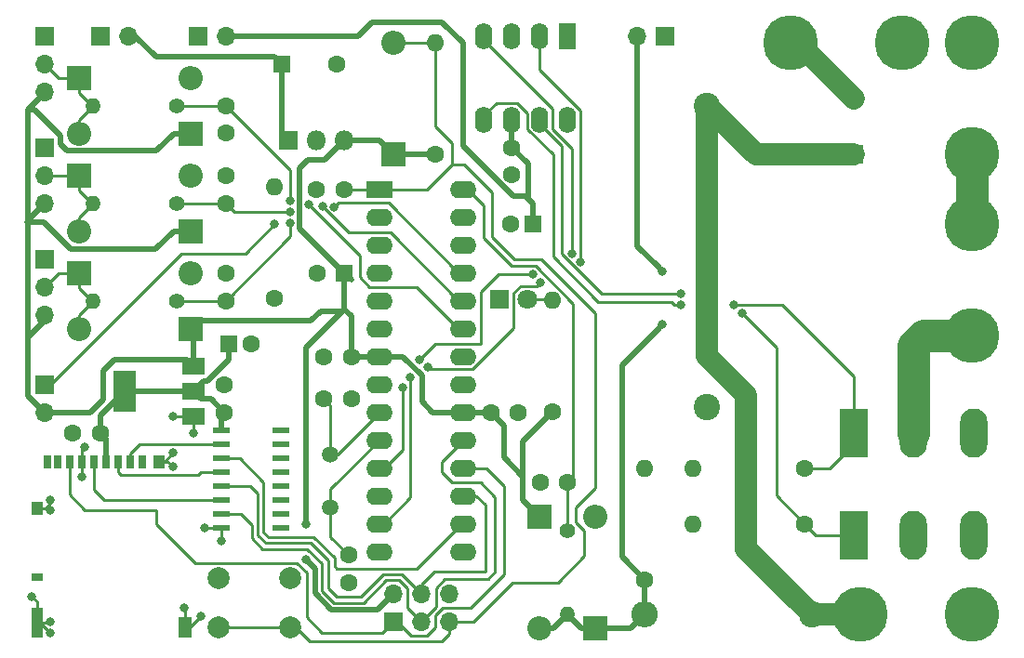
<source format=gbr>
G04 #@! TF.GenerationSoftware,KiCad,Pcbnew,(2017-12-14 revision b47a06e)-master*
G04 #@! TF.CreationDate,2017-12-14T16:02:14-08:00*
G04 #@! TF.ProjectId,Elephant-3,456C657068616E742D332E6B69636164,1*
G04 #@! TF.SameCoordinates,Original*
G04 #@! TF.FileFunction,Copper,L1,Top,Signal*
G04 #@! TF.FilePolarity,Positive*
%FSLAX46Y46*%
G04 Gerber Fmt 4.6, Leading zero omitted, Abs format (unit mm)*
G04 Created by KiCad (PCBNEW (2017-12-14 revision b47a06e)-master) date Thursday, December 14, 2017 'PMt' 04:02:14 PM*
%MOMM*%
%LPD*%
G01*
G04 APERTURE LIST*
%ADD10C,1.800000*%
%ADD11R,1.800000X1.800000*%
%ADD12C,2.400000*%
%ADD13C,1.600000*%
%ADD14R,1.600000X1.600000*%
%ADD15R,1.700000X1.700000*%
%ADD16O,1.700000X1.700000*%
%ADD17R,2.200000X2.200000*%
%ADD18O,2.200000X2.200000*%
%ADD19O,1.800000X1.800000*%
%ADD20C,5.000000*%
%ADD21R,0.700000X1.200000*%
%ADD22R,1.000000X1.200000*%
%ADD23R,1.000000X0.800000*%
%ADD24R,1.000000X2.800000*%
%ADD25R,1.300000X1.900000*%
%ADD26R,2.500000X4.500000*%
%ADD27O,2.500000X4.500000*%
%ADD28C,1.400000*%
%ADD29O,1.400000X1.400000*%
%ADD30O,1.600000X1.600000*%
%ADD31O,2.400000X2.400000*%
%ADD32C,2.000000*%
%ADD33R,2.400000X1.600000*%
%ADD34O,2.400000X1.600000*%
%ADD35R,2.000000X3.800000*%
%ADD36R,2.000000X1.500000*%
%ADD37R,1.600000X2.400000*%
%ADD38O,1.600000X2.400000*%
%ADD39R,1.500000X0.600000*%
%ADD40C,1.500000*%
%ADD41C,0.800000*%
%ADD42C,0.500000*%
%ADD43C,0.250000*%
%ADD44C,2.000000*%
%ADD45C,3.000000*%
G04 APERTURE END LIST*
D10*
X154432000Y-95123000D03*
D11*
X151892000Y-95123000D03*
D12*
X170815000Y-104970000D03*
X170815000Y-77470000D03*
D13*
X138430000Y-100330000D03*
X135930000Y-100330000D03*
X151130000Y-105410000D03*
X153630000Y-105410000D03*
D14*
X132080000Y-73660000D03*
D13*
X137080000Y-73660000D03*
X158115000Y-111760000D03*
X155615000Y-111760000D03*
D14*
X137795000Y-92710000D03*
D13*
X135295000Y-92710000D03*
X127000000Y-95250000D03*
X127000000Y-92750000D03*
X127000000Y-86360000D03*
X127000000Y-83860000D03*
X138430000Y-104140000D03*
X135930000Y-104140000D03*
X138176000Y-120904000D03*
X138176000Y-118404000D03*
X126873000Y-105410000D03*
X126873000Y-102910000D03*
X135255000Y-85090000D03*
X137755000Y-85090000D03*
X153035000Y-81280000D03*
X153035000Y-83780000D03*
D15*
X142240000Y-124460000D03*
D16*
X142240000Y-121920000D03*
X144780000Y-124460000D03*
X144780000Y-121920000D03*
X147320000Y-124460000D03*
X147320000Y-121920000D03*
D17*
X160655000Y-125095000D03*
D18*
X160655000Y-114935000D03*
D17*
X155575000Y-114935000D03*
D18*
X155575000Y-125095000D03*
D17*
X113665000Y-92710000D03*
D18*
X123825000Y-92710000D03*
D17*
X123825000Y-97790000D03*
D18*
X113665000Y-97790000D03*
D17*
X113665000Y-83820000D03*
D18*
X123825000Y-83820000D03*
D17*
X123825000Y-88900000D03*
D18*
X113665000Y-88900000D03*
D17*
X142240000Y-81915000D03*
D18*
X142240000Y-71755000D03*
D17*
X113665000Y-74930000D03*
D18*
X123825000Y-74930000D03*
D17*
X123825000Y-80010000D03*
D18*
X113665000Y-80010000D03*
D11*
X184150000Y-81915000D03*
D19*
X184150000Y-76835000D03*
D15*
X115570000Y-71120000D03*
D16*
X118110000Y-71120000D03*
D15*
X110490000Y-91440000D03*
D16*
X110490000Y-93980000D03*
X110490000Y-96520000D03*
D15*
X110490000Y-81280000D03*
D16*
X110490000Y-83820000D03*
X110490000Y-86360000D03*
D15*
X110490000Y-71120000D03*
D16*
X110490000Y-73660000D03*
X110490000Y-76200000D03*
D15*
X110490000Y-102870000D03*
D16*
X110490000Y-105410000D03*
D15*
X124460000Y-71120000D03*
D16*
X127000000Y-71120000D03*
D20*
X178435000Y-71755000D03*
X188595000Y-71755000D03*
X194945000Y-81915000D03*
X194945000Y-71755000D03*
X184785000Y-123825000D03*
X194945000Y-123825000D03*
D21*
X110730000Y-109890000D03*
X111680000Y-109890000D03*
X119380000Y-109890000D03*
X118280000Y-109890000D03*
X117180000Y-109890000D03*
X116080000Y-109890000D03*
X114980000Y-109890000D03*
X113880000Y-109890000D03*
X112780000Y-109890000D03*
D22*
X120930000Y-109890000D03*
X109780000Y-114190000D03*
D23*
X109780000Y-120390000D03*
D24*
X109780000Y-124540000D03*
D25*
X123280000Y-124990000D03*
D15*
X167005000Y-71120000D03*
D16*
X164465000Y-71120000D03*
D20*
X194945000Y-88265000D03*
X194945000Y-98425000D03*
D26*
X184150000Y-116586000D03*
D27*
X189600000Y-116586000D03*
X195050000Y-116586000D03*
D26*
X184150000Y-107315000D03*
D27*
X189600000Y-107315000D03*
X195050000Y-107315000D03*
D28*
X158115000Y-116205000D03*
D29*
X158115000Y-123825000D03*
D13*
X156743400Y-105384600D03*
D30*
X156743400Y-95224600D03*
D28*
X122555000Y-95250000D03*
D29*
X114935000Y-95250000D03*
D28*
X122555000Y-86360000D03*
D29*
X114935000Y-86360000D03*
D13*
X131445000Y-94996000D03*
D30*
X131445000Y-84836000D03*
D13*
X146050000Y-81915000D03*
D30*
X146050000Y-71755000D03*
D28*
X122555000Y-77470000D03*
D29*
X114935000Y-77470000D03*
D13*
X179705000Y-115570000D03*
D30*
X169545000Y-115570000D03*
D13*
X165100000Y-120650000D03*
D30*
X165100000Y-110490000D03*
D13*
X179705000Y-110490000D03*
D30*
X169545000Y-110490000D03*
D12*
X180340000Y-123825000D03*
D31*
X165100000Y-123825000D03*
D32*
X132842000Y-120468000D03*
X132842000Y-124968000D03*
X126342000Y-120468000D03*
X126342000Y-124968000D03*
D11*
X132715000Y-80645000D03*
D19*
X135255000Y-80645000D03*
X137795000Y-80645000D03*
D33*
X140970000Y-85090000D03*
D34*
X148590000Y-118110000D03*
X140970000Y-87630000D03*
X148590000Y-115570000D03*
X140970000Y-90170000D03*
X148590000Y-113030000D03*
X140970000Y-92710000D03*
X148590000Y-110490000D03*
X140970000Y-95250000D03*
X148590000Y-107950000D03*
X140970000Y-97790000D03*
X148590000Y-105410000D03*
X140970000Y-100330000D03*
X148590000Y-102870000D03*
X140970000Y-102870000D03*
X148590000Y-100330000D03*
X140970000Y-105410000D03*
X148590000Y-97790000D03*
X140970000Y-107950000D03*
X148590000Y-95250000D03*
X140970000Y-110490000D03*
X148590000Y-92710000D03*
X140970000Y-113030000D03*
X148590000Y-90170000D03*
X140970000Y-115570000D03*
X148590000Y-87630000D03*
X140970000Y-118110000D03*
X148590000Y-85090000D03*
D35*
X117754000Y-103505000D03*
D36*
X124054000Y-103505000D03*
X124054000Y-101205000D03*
X124054000Y-105805000D03*
D37*
X158115000Y-71120000D03*
D38*
X150495000Y-78740000D03*
X155575000Y-71120000D03*
X153035000Y-78740000D03*
X153035000Y-71120000D03*
X155575000Y-78740000D03*
X150495000Y-71120000D03*
X158115000Y-78740000D03*
D39*
X126586000Y-107061000D03*
X126586000Y-108331000D03*
X126586000Y-109601000D03*
X126586000Y-110871000D03*
X126586000Y-112141000D03*
X126586000Y-113411000D03*
X126586000Y-114681000D03*
X126586000Y-115951000D03*
X131986000Y-115951000D03*
X131986000Y-114681000D03*
X131986000Y-113411000D03*
X131986000Y-112141000D03*
X131986000Y-110871000D03*
X131986000Y-109601000D03*
X131986000Y-108331000D03*
X131986000Y-107061000D03*
D40*
X136525000Y-109220000D03*
X136525000Y-114100000D03*
D13*
X127000000Y-79970000D03*
X127000000Y-77470000D03*
D14*
X127254000Y-99187000D03*
D13*
X129254000Y-99187000D03*
X152940000Y-88265000D03*
D14*
X154940000Y-88265000D03*
D13*
X113070000Y-107315000D03*
X115570000Y-107315000D03*
D41*
X166751000Y-92583000D03*
X166751000Y-97408994D03*
X134302500Y-115570000D03*
X134266097Y-118781403D03*
X124714000Y-123952000D03*
X123190000Y-123190000D03*
X110998000Y-114300000D03*
X110998000Y-113411000D03*
X122174000Y-105791000D03*
X124079000Y-107315000D03*
X125094992Y-115951000D03*
X126618996Y-117094000D03*
X110998000Y-124460000D03*
X110998000Y-125476000D03*
X113919000Y-111251982D03*
X122174000Y-110363000D03*
X122174000Y-109093000D03*
X109347000Y-122174000D03*
X114173000Y-108585000D03*
X136854824Y-86710214D03*
X132878844Y-88172741D03*
X135797015Y-86677710D03*
X132881000Y-87169503D03*
X131445000Y-88265000D03*
X173990000Y-96393000D03*
X168415000Y-94630997D03*
X173215000Y-95631000D03*
X168415000Y-95631000D03*
X143797959Y-102201041D03*
X144619041Y-100617959D03*
X154935347Y-92841653D03*
X158500653Y-90927347D03*
X143072959Y-103124000D03*
X145344041Y-101325067D03*
X155642455Y-93548760D03*
X159262653Y-91689347D03*
X134581000Y-86487000D03*
X132881000Y-86169500D03*
D42*
X164465000Y-71120000D02*
X164465000Y-90297000D01*
X166351001Y-92183001D02*
X166751000Y-92583000D01*
X164465000Y-90297000D02*
X166351001Y-92183001D01*
X163049999Y-101109995D02*
X166351001Y-97808993D01*
X163049999Y-118599999D02*
X163049999Y-101109995D01*
X166351001Y-97808993D02*
X166751000Y-97408994D01*
X165100000Y-120650000D02*
X163049999Y-118599999D01*
X166751000Y-97409000D02*
X166751000Y-97408994D01*
X138430000Y-100330000D02*
X138430000Y-96647000D01*
X138430000Y-96647000D02*
X137795000Y-96012000D01*
X123825000Y-97790000D02*
X124523500Y-97091500D01*
X134713500Y-97091500D02*
X135602500Y-96202500D01*
X124523500Y-97091500D02*
X134713500Y-97091500D01*
X135602500Y-96202500D02*
X137604500Y-96202500D01*
X134302500Y-99504500D02*
X137604500Y-96202500D01*
X137604500Y-96202500D02*
X137795000Y-96012000D01*
X122225000Y-80010000D02*
X120674999Y-81560001D01*
X112548001Y-81560001D02*
X111950500Y-80962500D01*
X123825000Y-80010000D02*
X122225000Y-80010000D01*
X120674999Y-81560001D02*
X112548001Y-81560001D01*
X111950500Y-80962500D02*
X111950500Y-80230498D01*
X111950500Y-80230498D02*
X109571002Y-77851000D01*
X109571002Y-77851000D02*
X108966000Y-77851000D01*
X123825000Y-88900000D02*
X122225000Y-88900000D01*
X110426500Y-88074500D02*
X108966000Y-88074500D01*
X122225000Y-88900000D02*
X120574000Y-90551000D01*
X112903000Y-90551000D02*
X110426500Y-88074500D01*
X120574000Y-90551000D02*
X112903000Y-90551000D01*
X137795000Y-96012000D02*
X137795000Y-92710000D01*
X134302500Y-115570000D02*
X134302500Y-99504500D01*
X135124492Y-119693992D02*
X134266097Y-118835597D01*
X134266097Y-118835597D02*
X134266097Y-118781403D01*
X135124492Y-121904178D02*
X135124492Y-119693992D01*
X142240000Y-121920000D02*
X140775990Y-123384010D01*
X140775990Y-123384010D02*
X136604324Y-123384010D01*
X136604324Y-123384010D02*
X135124492Y-121904178D01*
X142240000Y-121920000D02*
X141732000Y-121920000D01*
X140970000Y-100330000D02*
X143129000Y-100330000D01*
X145796000Y-105410000D02*
X148590000Y-105410000D01*
X144843500Y-104457500D02*
X145796000Y-105410000D01*
X144843500Y-102044500D02*
X144843500Y-104457500D01*
X143129000Y-100330000D02*
X144843500Y-102044500D01*
X151130000Y-105410000D02*
X152336500Y-106616500D01*
X152336500Y-109537500D02*
X154051000Y-111252000D01*
X152336500Y-106616500D02*
X152336500Y-109537500D01*
X156743400Y-105384600D02*
X154051000Y-108077000D01*
X154051000Y-108077000D02*
X154051000Y-111252000D01*
X154051000Y-113411000D02*
X155575000Y-114935000D01*
X154051000Y-111252000D02*
X154051000Y-113411000D01*
X110490000Y-86360000D02*
X108966000Y-87884000D01*
X108902500Y-88074500D02*
X108966000Y-88074500D01*
X108966000Y-88011000D02*
X108902500Y-88074500D01*
X108966000Y-87884000D02*
X108966000Y-88011000D01*
X110490000Y-96520000D02*
X110490000Y-97028000D01*
X110490000Y-97028000D02*
X108966000Y-98552000D01*
X124054000Y-101205000D02*
X124054000Y-98019000D01*
X124054000Y-98019000D02*
X123825000Y-97790000D01*
X110490000Y-105410000D02*
X114681000Y-105410000D01*
X116840000Y-100584000D02*
X123433000Y-100584000D01*
X115824000Y-101600000D02*
X116840000Y-100584000D01*
X115824000Y-104267000D02*
X115824000Y-101600000D01*
X114681000Y-105410000D02*
X115824000Y-104267000D01*
X123433000Y-100584000D02*
X124054000Y-101205000D01*
X110490000Y-76200000D02*
X110490000Y-76327000D01*
X110490000Y-76327000D02*
X108966000Y-77851000D01*
X108966000Y-77851000D02*
X108966000Y-88074500D01*
X108966000Y-88074500D02*
X108966000Y-98552000D01*
X108966000Y-98552000D02*
X108966000Y-103886000D01*
X108966000Y-103886000D02*
X110490000Y-105410000D01*
X137795000Y-80645000D02*
X136017000Y-82423000D01*
X133731000Y-88646000D02*
X137795000Y-92710000D01*
X133731000Y-83185000D02*
X133731000Y-88646000D01*
X134493000Y-82423000D02*
X133731000Y-83185000D01*
X136017000Y-82423000D02*
X134493000Y-82423000D01*
X138430000Y-93345000D02*
X137795000Y-92710000D01*
X142240000Y-81915000D02*
X146050000Y-81915000D01*
X137795000Y-80645000D02*
X140970000Y-80645000D01*
X140970000Y-80645000D02*
X142240000Y-81915000D01*
X138430000Y-100330000D02*
X140970000Y-100330000D01*
X148590000Y-105410000D02*
X151130000Y-105410000D01*
D43*
X123280000Y-124990000D02*
X123676000Y-124990000D01*
X123676000Y-124990000D02*
X124714000Y-123952000D01*
X123280000Y-124990000D02*
X123280000Y-123280000D01*
X123280000Y-123280000D02*
X123190000Y-123190000D01*
X110888000Y-114190000D02*
X110998000Y-114300000D01*
X109780000Y-114190000D02*
X110888000Y-114190000D01*
X110530000Y-114190000D02*
X110998000Y-113722000D01*
X110998000Y-113722000D02*
X110998000Y-113411000D01*
X109780000Y-114190000D02*
X110530000Y-114190000D01*
X122188000Y-105805000D02*
X122174000Y-105791000D01*
X124054000Y-105805000D02*
X122188000Y-105805000D01*
X124054000Y-107290000D02*
X124079000Y-107315000D01*
X124054000Y-105805000D02*
X124054000Y-107290000D01*
X126586000Y-115951000D02*
X125094992Y-115951000D01*
X126586000Y-115951000D02*
X126586000Y-117061004D01*
X126586000Y-117061004D02*
X126618996Y-117094000D01*
X109780000Y-124540000D02*
X110918000Y-124540000D01*
X110918000Y-124540000D02*
X110998000Y-124460000D01*
X109780000Y-124540000D02*
X110062000Y-124540000D01*
X110062000Y-124540000D02*
X110998000Y-125476000D01*
X113880000Y-111212982D02*
X113919000Y-111251982D01*
X113880000Y-109890000D02*
X113880000Y-111212982D01*
X120930000Y-109890000D02*
X121701000Y-109890000D01*
X121701000Y-109890000D02*
X122174000Y-110363000D01*
X120930000Y-109890000D02*
X121377000Y-109890000D01*
X121377000Y-109890000D02*
X122174000Y-109093000D01*
X109780000Y-124540000D02*
X109780000Y-122607000D01*
X109780000Y-122607000D02*
X109347000Y-122174000D01*
X113880000Y-109890000D02*
X113880000Y-108878000D01*
X113880000Y-108878000D02*
X114173000Y-108585000D01*
D42*
X132080000Y-73660000D02*
X132080000Y-80010000D01*
X132080000Y-80010000D02*
X132715000Y-80645000D01*
X118110000Y-71120000D02*
X118745000Y-71120000D01*
X118745000Y-71120000D02*
X120650000Y-73025000D01*
X120650000Y-73025000D02*
X131445000Y-73025000D01*
X131445000Y-73025000D02*
X132080000Y-73660000D01*
D43*
X155194000Y-92075000D02*
X158623000Y-95504000D01*
X158623000Y-111252000D02*
X158115000Y-111760000D01*
X158623000Y-95504000D02*
X158623000Y-111252000D01*
X150495000Y-89535000D02*
X150495000Y-86595000D01*
X150495000Y-86595000D02*
X148990000Y-85090000D01*
X148990000Y-85090000D02*
X148590000Y-85090000D01*
X153035000Y-92075000D02*
X150495000Y-89535000D01*
X155208002Y-92075000D02*
X155194000Y-92075000D01*
X155194000Y-92075000D02*
X153035000Y-92075000D01*
X158115000Y-116205000D02*
X158115000Y-111760000D01*
X136854824Y-86710214D02*
X137254823Y-86310215D01*
X141790215Y-86310215D02*
X148190000Y-92710000D01*
X137254823Y-86310215D02*
X141790215Y-86310215D01*
X148190000Y-92710000D02*
X148590000Y-92710000D01*
X127000000Y-95250000D02*
X132878844Y-89371156D01*
X132878844Y-89371156D02*
X132878844Y-88172741D01*
X122555000Y-95250000D02*
X127000000Y-95250000D01*
X135797015Y-86677710D02*
X138164295Y-89044990D01*
X138164295Y-89044990D02*
X141984990Y-89044990D01*
X141984990Y-89044990D02*
X148190000Y-95250000D01*
X148190000Y-95250000D02*
X148590000Y-95250000D01*
X127000000Y-86360000D02*
X127809503Y-87169503D01*
X127809503Y-87169503D02*
X132881000Y-87169503D01*
X122555000Y-86360000D02*
X127000000Y-86360000D01*
X136525000Y-109220000D02*
X137160000Y-109220000D01*
X137160000Y-109220000D02*
X140970000Y-105410000D01*
X136525000Y-109220000D02*
X136525000Y-104735000D01*
X136525000Y-104735000D02*
X135930000Y-104140000D01*
X136525000Y-114100000D02*
X136525000Y-116753000D01*
X136525000Y-116753000D02*
X138176000Y-118404000D01*
X136525000Y-114100000D02*
X136525000Y-112395000D01*
X136525000Y-112395000D02*
X140970000Y-107950000D01*
D42*
X115570000Y-107315000D02*
X115570000Y-105689000D01*
X115570000Y-105689000D02*
X117754000Y-103505000D01*
X124054000Y-103505000D02*
X124752500Y-104203500D01*
X124752500Y-104203500D02*
X125666500Y-104203500D01*
X125666500Y-104203500D02*
X126873000Y-105410000D01*
X126873000Y-105410000D02*
X126586000Y-105697000D01*
X126586000Y-105697000D02*
X126586000Y-107061000D01*
X127254000Y-99187000D02*
X127254000Y-100584000D01*
X125285500Y-102552500D02*
X125006500Y-102552500D01*
X125006500Y-102552500D02*
X124054000Y-103505000D01*
X125285500Y-102552500D02*
X127254000Y-100584000D01*
X117754000Y-103505000D02*
X124054000Y-103505000D01*
X124054000Y-103505000D02*
X124714000Y-103505000D01*
X126873000Y-105410000D02*
X126873000Y-105156000D01*
X126713000Y-105570000D02*
X126873000Y-105410000D01*
X117754000Y-103505000D02*
X118237000Y-103505000D01*
X115570000Y-107315000D02*
X116080000Y-107825000D01*
X116080000Y-107825000D02*
X116080000Y-109890000D01*
D44*
X170815000Y-77470000D02*
X170815000Y-100233998D01*
X170815000Y-100233998D02*
X174371000Y-103789998D01*
X174371000Y-103789998D02*
X174371000Y-117856000D01*
X174371000Y-117856000D02*
X179140001Y-122625001D01*
X179140001Y-122625001D02*
X180340000Y-123825000D01*
X180340000Y-123825000D02*
X184785000Y-123825000D01*
X170815000Y-77470000D02*
X175260000Y-81915000D01*
X175260000Y-81915000D02*
X184150000Y-81915000D01*
D43*
X145986500Y-119888000D02*
X150622000Y-119888000D01*
X150622000Y-119888000D02*
X150622000Y-119888000D01*
X150622000Y-119888000D02*
X150622000Y-113855500D01*
X150622000Y-113855500D02*
X149796500Y-113030000D01*
X148590000Y-113030000D02*
X149796500Y-113030000D01*
X145986500Y-119888000D02*
X144780000Y-121094500D01*
X144780000Y-121920000D02*
X144780000Y-121094500D01*
X126586000Y-112141000D02*
X129222500Y-112141000D01*
X143033750Y-120173750D02*
X144780000Y-121920000D01*
X141319250Y-120173750D02*
X143033750Y-120173750D01*
X139255500Y-122237500D02*
X141319250Y-120173750D01*
X137096500Y-122237500D02*
X139255500Y-122237500D01*
X136334500Y-121475500D02*
X137096500Y-122237500D01*
X136334500Y-118935500D02*
X136334500Y-121475500D01*
X134683500Y-117284500D02*
X136334500Y-118935500D01*
X130619500Y-117284500D02*
X134683500Y-117284500D01*
X129921000Y-116586000D02*
X130619500Y-117284500D01*
X129921000Y-112839500D02*
X129921000Y-116586000D01*
X129222500Y-112141000D02*
X129921000Y-112839500D01*
X144780000Y-121920000D02*
X145351500Y-121920000D01*
X143510000Y-123190000D02*
X143510000Y-121475500D01*
X128333500Y-114681000D02*
X129349500Y-115697000D01*
X129349500Y-115697000D02*
X129349500Y-116903500D01*
X129349500Y-116903500D02*
X130302000Y-117856000D01*
X130302000Y-117856000D02*
X134366000Y-117856000D01*
X134366000Y-117856000D02*
X135699500Y-119189500D01*
X135699500Y-119189500D02*
X135699500Y-121666000D01*
X135699500Y-121666000D02*
X136842500Y-122809000D01*
X144780000Y-124460000D02*
X143510000Y-123190000D01*
X128333500Y-114681000D02*
X126586000Y-114681000D01*
X139509500Y-122809000D02*
X136842500Y-122809000D01*
X141605000Y-120713500D02*
X139509500Y-122809000D01*
X142748000Y-120713500D02*
X141605000Y-120713500D01*
X143510000Y-121475500D02*
X142748000Y-120713500D01*
X151511000Y-119951500D02*
X151511000Y-113157000D01*
X146113500Y-121412000D02*
X146939000Y-120586500D01*
X146939000Y-120586500D02*
X150876000Y-120586500D01*
X150876000Y-120586500D02*
X151511000Y-119951500D01*
X144780000Y-124460000D02*
X146113500Y-123126500D01*
X146113500Y-123126500D02*
X146113500Y-121412000D01*
X146621500Y-109918500D02*
X148590000Y-107950000D01*
X146621500Y-110871000D02*
X146621500Y-109918500D01*
X147574000Y-111823500D02*
X146621500Y-110871000D01*
X150177500Y-111823500D02*
X147574000Y-111823500D01*
X151511000Y-113157000D02*
X150177500Y-111823500D01*
X142240000Y-124460000D02*
X142557500Y-124460000D01*
X142557500Y-124460000D02*
X143885498Y-125787998D01*
X150685500Y-110490000D02*
X148590000Y-110490000D01*
X152336500Y-112141000D02*
X150685500Y-110490000D01*
X152336500Y-120142000D02*
X152336500Y-112141000D01*
X149288500Y-123190000D02*
X152336500Y-120142000D01*
X146748500Y-123190000D02*
X149288500Y-123190000D01*
X146050000Y-123888500D02*
X146748500Y-123190000D01*
X146050000Y-125031500D02*
X146050000Y-123888500D01*
X145293502Y-125787998D02*
X146050000Y-125031500D01*
X143885498Y-125787998D02*
X145293502Y-125787998D01*
X120650000Y-114300000D02*
X120650000Y-115570000D01*
X112780000Y-112907000D02*
X114173000Y-114300000D01*
X114173000Y-114300000D02*
X120650000Y-114300000D01*
X112780000Y-109890000D02*
X112780000Y-112907000D01*
X141224000Y-125476000D02*
X142240000Y-124460000D01*
X135763000Y-125476000D02*
X141224000Y-125476000D01*
X134366000Y-124079000D02*
X135763000Y-125476000D01*
X134366000Y-120015000D02*
X134366000Y-124079000D01*
X133477000Y-119126000D02*
X134366000Y-120015000D01*
X124206000Y-119126000D02*
X133477000Y-119126000D01*
X120650000Y-115570000D02*
X124206000Y-119126000D01*
D42*
X155575000Y-125095000D02*
X156845000Y-125095000D01*
X156845000Y-125095000D02*
X158115000Y-123825000D01*
X160655000Y-125095000D02*
X159385000Y-125095000D01*
X159385000Y-125095000D02*
X158115000Y-123825000D01*
X160655000Y-125095000D02*
X163830000Y-125095000D01*
X163830000Y-125095000D02*
X165100000Y-123825000D01*
X165100000Y-123825000D02*
X165100000Y-120650000D01*
D43*
X154432000Y-95123000D02*
X156641800Y-95123000D01*
X156641800Y-95123000D02*
X156743400Y-95224600D01*
X113665000Y-97790000D02*
X113665000Y-96520000D01*
X113665000Y-96520000D02*
X113792000Y-96393000D01*
X113792000Y-96393000D02*
X114935000Y-95250000D01*
X113665000Y-92710000D02*
X113665000Y-94060000D01*
X113665000Y-94060000D02*
X114855000Y-95250000D01*
X114855000Y-95250000D02*
X114935000Y-95250000D01*
X111760000Y-92710000D02*
X113665000Y-92710000D01*
X110490000Y-93980000D02*
X111760000Y-92710000D01*
X113665000Y-83820000D02*
X113665000Y-85170000D01*
X113665000Y-85170000D02*
X114855000Y-86360000D01*
X114855000Y-86360000D02*
X114935000Y-86360000D01*
X113665000Y-88900000D02*
X113665000Y-87630000D01*
X114235001Y-87059999D02*
X114935000Y-86360000D01*
X113665000Y-87630000D02*
X114235001Y-87059999D01*
X110490000Y-83820000D02*
X113665000Y-83820000D01*
X113665000Y-80010000D02*
X113665000Y-78740000D01*
X113665000Y-78740000D02*
X114935000Y-77470000D01*
X113665000Y-74930000D02*
X113665000Y-76280000D01*
X113665000Y-76280000D02*
X114855000Y-77470000D01*
X114855000Y-77470000D02*
X114935000Y-77470000D01*
X110490000Y-73660000D02*
X111760000Y-74930000D01*
X111760000Y-74930000D02*
X113665000Y-74930000D01*
D44*
X178435000Y-71755000D02*
X179070000Y-71755000D01*
X179070000Y-71755000D02*
X184150000Y-76835000D01*
D43*
X110490000Y-102870000D02*
X110998000Y-102870000D01*
X122936000Y-90932000D02*
X128778000Y-90932000D01*
X110998000Y-102870000D02*
X122936000Y-90932000D01*
X128778000Y-90932000D02*
X131445000Y-88265000D01*
D42*
X154533996Y-85953996D02*
X154940000Y-86360000D01*
X154533996Y-82778996D02*
X154533996Y-85953996D01*
X153035000Y-81280000D02*
X154533996Y-82778996D01*
X127000000Y-71120000D02*
X139065000Y-71120000D01*
X148590000Y-81153000D02*
X153162000Y-85725000D01*
X154305000Y-85725000D02*
X154940000Y-86360000D01*
X153162000Y-85725000D02*
X154305000Y-85725000D01*
X148590000Y-71755000D02*
X148590000Y-81153000D01*
X146685000Y-69850000D02*
X148590000Y-71755000D01*
X140335000Y-69850000D02*
X146685000Y-69850000D01*
X139065000Y-71120000D02*
X140335000Y-69850000D01*
X153035000Y-81280000D02*
X153035000Y-78740000D01*
X154940000Y-88265000D02*
X154940000Y-86360000D01*
D45*
X194945000Y-88265000D02*
X194945000Y-81915000D01*
D43*
X114980000Y-109890000D02*
X114980000Y-112440000D01*
X115951000Y-113411000D02*
X126586000Y-113411000D01*
X114980000Y-112440000D02*
X115951000Y-113411000D01*
X124460000Y-111125000D02*
X124714000Y-110871000D01*
X117475000Y-111125000D02*
X124460000Y-111125000D01*
X117180000Y-109890000D02*
X117180000Y-110830000D01*
X117180000Y-110830000D02*
X117475000Y-111125000D01*
X124714000Y-110871000D02*
X126586000Y-110871000D01*
X126586000Y-108331000D02*
X119126000Y-108331000D01*
X118280000Y-109177000D02*
X119126000Y-108331000D01*
X118280000Y-109177000D02*
X118280000Y-109890000D01*
D45*
X189600000Y-99325000D02*
X190500000Y-98425000D01*
X190500000Y-98425000D02*
X194945000Y-98425000D01*
X189600000Y-107315000D02*
X189600000Y-99325000D01*
D43*
X155575000Y-78740000D02*
X155575000Y-79140000D01*
X155575000Y-79140000D02*
X157543500Y-81108500D01*
X157543500Y-81108500D02*
X157543500Y-90995500D01*
X161178997Y-94630997D02*
X168415000Y-94630997D01*
X157543500Y-90995500D02*
X161178997Y-94630997D01*
X173990000Y-96393000D02*
X177101500Y-99504500D01*
X177101500Y-99504500D02*
X177101500Y-112966500D01*
X179705000Y-115570000D02*
X177101500Y-112966500D01*
X179705000Y-115570000D02*
X180721000Y-116586000D01*
X180721000Y-116586000D02*
X184150000Y-116586000D01*
X154449990Y-78163986D02*
X154449990Y-79605994D01*
X167849315Y-95631000D02*
X168415000Y-95631000D01*
X156781500Y-81937504D02*
X156781500Y-91249500D01*
X167594313Y-95375998D02*
X167849315Y-95631000D01*
X154449990Y-79605994D02*
X156781500Y-81937504D01*
X150495000Y-78340000D02*
X151620010Y-77214990D01*
X153500994Y-77214990D02*
X154449990Y-78163986D01*
X160907998Y-95375998D02*
X167594313Y-95375998D01*
X150495000Y-78740000D02*
X150495000Y-78340000D01*
X156781500Y-91249500D02*
X160907998Y-95375998D01*
X151620010Y-77214990D02*
X153500994Y-77214990D01*
X173215000Y-95631000D02*
X177609500Y-95631000D01*
X177609500Y-95631000D02*
X184150000Y-102171500D01*
X184150000Y-107315000D02*
X184150000Y-102171500D01*
X179705000Y-110490000D02*
X181975000Y-110490000D01*
X181975000Y-110490000D02*
X184150000Y-108315000D01*
X184150000Y-108315000D02*
X184150000Y-107315000D01*
X150195012Y-99204990D02*
X150195012Y-94434986D01*
X150195012Y-94434986D02*
X151788345Y-92841653D01*
X151788345Y-92841653D02*
X154369662Y-92841653D01*
X154369662Y-92841653D02*
X154935347Y-92841653D01*
X146032010Y-99204990D02*
X144619041Y-100617959D01*
X150195012Y-99204990D02*
X146032010Y-99204990D01*
X143797959Y-102201041D02*
X143797959Y-113142041D01*
X143797959Y-113142041D02*
X141370000Y-115570000D01*
X141370000Y-115570000D02*
X140970000Y-115570000D01*
X150495000Y-71120000D02*
X150495000Y-71520000D01*
X150495000Y-71520000D02*
X156700010Y-77725010D01*
X158500653Y-81406637D02*
X158500653Y-90927347D01*
X156700010Y-77725010D02*
X156700010Y-79605994D01*
X156700010Y-79605994D02*
X158500653Y-81406637D01*
X143072959Y-103124000D02*
X143072959Y-108787041D01*
X143072959Y-108787041D02*
X141370000Y-110490000D01*
X141370000Y-110490000D02*
X140970000Y-110490000D01*
X155642455Y-93548760D02*
X155293216Y-93897999D01*
X153843999Y-93897999D02*
X153206999Y-94534999D01*
X153206999Y-94534999D02*
X153206999Y-97704005D01*
X153206999Y-97704005D02*
X149455994Y-101455010D01*
X155293216Y-93897999D02*
X153843999Y-93897999D01*
X149455994Y-101455010D02*
X145473984Y-101455010D01*
X145473984Y-101455010D02*
X145344041Y-101325067D01*
X155575000Y-71120000D02*
X155575000Y-74208996D01*
X155575000Y-74208996D02*
X159262653Y-77896649D01*
X159262653Y-77896649D02*
X159262653Y-91689347D01*
X126586000Y-109601000D02*
X128270000Y-109601000D01*
X144399000Y-119634000D02*
X148463000Y-115570000D01*
X137096500Y-119634000D02*
X144399000Y-119634000D01*
X136906000Y-119443500D02*
X137096500Y-119634000D01*
X136906000Y-118681500D02*
X136906000Y-119443500D01*
X135001000Y-116776500D02*
X136906000Y-118681500D01*
X130873500Y-116776500D02*
X135001000Y-116776500D01*
X130429000Y-116332000D02*
X130873500Y-116776500D01*
X130429000Y-111760000D02*
X130429000Y-116332000D01*
X128270000Y-109601000D02*
X130429000Y-111760000D01*
X148463000Y-115570000D02*
X148590000Y-115570000D01*
X134581000Y-86487000D02*
X139192000Y-91098000D01*
X139192000Y-91098000D02*
X139192000Y-93091000D01*
X144380000Y-93980000D02*
X148190000Y-97790000D01*
X148190000Y-97790000D02*
X148590000Y-97790000D01*
X139192000Y-93091000D02*
X140081000Y-93980000D01*
X140081000Y-93980000D02*
X144380000Y-93980000D01*
X127000000Y-77470000D02*
X132881000Y-83351000D01*
X132881000Y-83351000D02*
X132881000Y-86169500D01*
X122555000Y-77470000D02*
X127000000Y-77470000D01*
X126342000Y-124968000D02*
X132842000Y-124968000D01*
X147320000Y-124460000D02*
X147320000Y-125603000D01*
X134620000Y-126238000D02*
X145542000Y-126238000D01*
X134620000Y-126238000D02*
X133350000Y-124968000D01*
X146685000Y-126238000D02*
X145542000Y-126238000D01*
X147320000Y-125603000D02*
X146685000Y-126238000D01*
X147320000Y-124460000D02*
X149542500Y-124460000D01*
X148717000Y-82804000D02*
X151257000Y-85344000D01*
X151257000Y-85344000D02*
X151257000Y-89408000D01*
X151257000Y-89408000D02*
X153289000Y-91440000D01*
X153289000Y-91440000D02*
X155702000Y-91440000D01*
X155702000Y-91440000D02*
X160655000Y-96393000D01*
X160655000Y-96393000D02*
X160655000Y-112268000D01*
X160655000Y-112268000D02*
X158877000Y-114046000D01*
X158877000Y-114046000D02*
X158877000Y-115443000D01*
X158877000Y-115443000D02*
X159639000Y-116205000D01*
X159639000Y-116205000D02*
X159639000Y-118491000D01*
X159639000Y-118491000D02*
X157226000Y-120904000D01*
X148717000Y-82804000D02*
X147574000Y-82804000D01*
X153098500Y-120904000D02*
X157226000Y-120904000D01*
X149542500Y-124460000D02*
X153098500Y-120904000D01*
X132842000Y-124968000D02*
X133350000Y-124968000D01*
X140970000Y-85090000D02*
X137755000Y-85090000D01*
X146050000Y-71755000D02*
X146050000Y-79375000D01*
X146050000Y-79375000D02*
X147574000Y-80899000D01*
X147574000Y-80899000D02*
X147574000Y-82804000D01*
X145288000Y-85090000D02*
X140970000Y-85090000D01*
X147574000Y-82804000D02*
X145288000Y-85090000D01*
X147574000Y-82804000D02*
X147574000Y-82804000D01*
X142240000Y-71755000D02*
X146050000Y-71755000D01*
M02*

</source>
